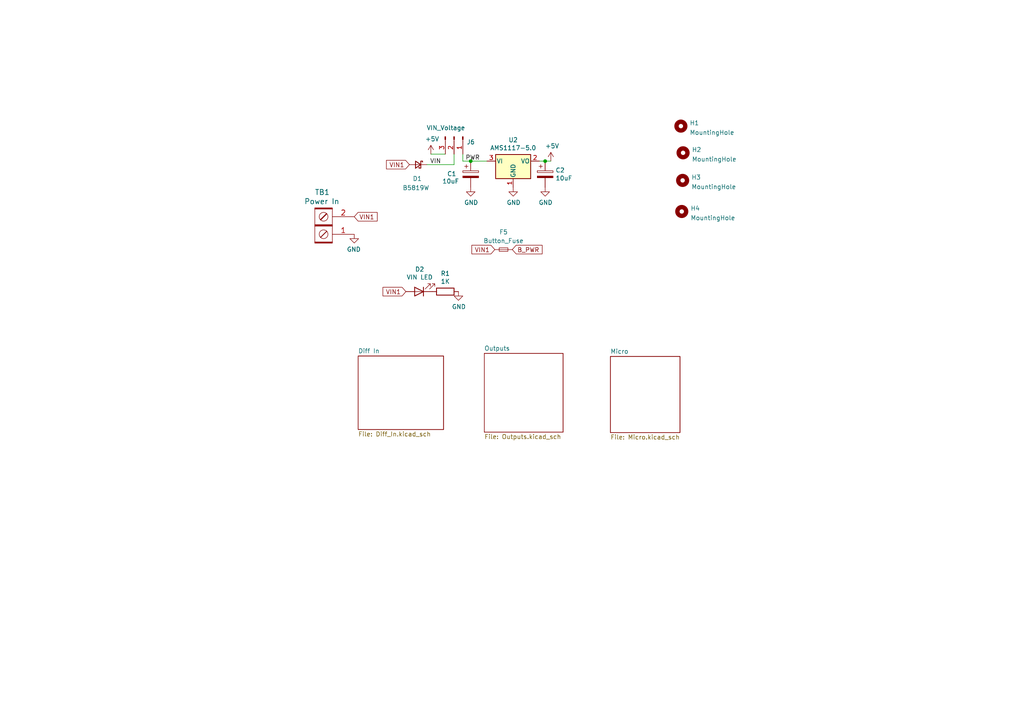
<source format=kicad_sch>
(kicad_sch (version 20230121) (generator eeschema)
  (paper "A4")
  (title_block (title "Button Station") (date "2023-09-23") (rev "v1") (company "Scott Hanson"))
  (lib_symbols
    (symbol "Barrier_Blocks:BARRIER_BLOCK_1ROW_2POS" (pin_names (offset 1.016) hide)
      (property "Reference" "TB" (at 0.127 -6.731 0))
      (property "Value" "Barrier_Blocks_BARRIER_BLOCK_1ROW_2POS" (at 0.254 6.35 0))
      (symbol "BARRIER_BLOCK_1ROW_2POS_0_1"
        (rectangle (start -2.54 5.08) (end 2.54 -5.08))
        (circle (center 0 -2.54) (radius 1.27))
        (polyline (pts (xy -2.54 -4.699) (xy -2.54 -5.08) (xy 2.54 -5.08) (xy 2.54 -4.699)) (fill (type outline)))
        (polyline (pts (xy -2.54 0.254) (xy -2.54 -0.254) (xy 2.54 -0.254) (xy 2.54 0.254)) (fill (type outline)))
        (polyline (pts (xy -2.54 4.699) (xy -2.54 5.08) (xy 2.54 5.08) (xy 2.54 4.699)) (fill (type outline)))
        (polyline (pts (xy -0.8382 -3.5052) (xy -0.9652 -3.3782) (xy 0.8128 -1.6002) (xy 0.9652 -1.7018) (xy -0.8382 -3.5052)) (fill (type outline)))
        (polyline (pts (xy -0.8382 1.5748) (xy -0.9652 1.6764) (xy -0.0508 2.5908) (xy 0.8382 3.4798) (xy 0.9652 3.3528) (xy 0.9652 3.3528)) (fill (type outline)))
        (circle (center 0 2.54) (radius 1.27))
      )
      (symbol "BARRIER_BLOCK_1ROW_2POS_1_1"
        (pin passive line (at -8.89 2.54 0) (length 6.35) (name "P1") (number "1"))
        (pin passive line (at -8.89 -2.54 0) (length 6.35) (name "P2") (number "2"))
      )
    )
    (symbol "Connector:Conn_01x03_Male" (pin_names (offset 1.016) hide)
      (property "Reference" "J" (at 0 5.08 0))
      (property "Value" "Conn_01x03_Male" (at 0 -5.08 0))
      (symbol "Conn_01x03_Male_1_1"
        (polyline (pts (xy 1.27 -2.54) (xy 0.8636 -2.54)) (stroke (width 0.1524)))
        (polyline (pts (xy 1.27 0) (xy 0.8636 0)) (stroke (width 0.1524)))
        (polyline (pts (xy 1.27 2.54) (xy 0.8636 2.54)) (stroke (width 0.1524)))
        (rectangle (start 0.8636 -2.413) (end 0 -2.667) (stroke (width 0.1524)) (fill (type outline)))
        (rectangle (start 0.8636 0.127) (end 0 -0.127) (stroke (width 0.1524)) (fill (type outline)))
        (rectangle (start 0.8636 2.667) (end 0 2.413) (stroke (width 0.1524)) (fill (type outline)))
        (pin passive line (at 5.08 2.54 180) (length 3.81) (name "Pin_1") (number "1"))
        (pin passive line (at 5.08 0 180) (length 3.81) (name "Pin_2") (number "2"))
        (pin passive line (at 5.08 -2.54 180) (length 3.81) (name "Pin_3") (number "3"))
      )
    )
    (symbol "Device:CP" (pin_numbers hide) (pin_names (offset 0.254))
      (property "Reference" "C" (at 0.635 2.54 0))
      (property "Value" "Device_CP" (at 0.635 -2.54 0))
      (symbol "CP_0_1"
        (rectangle (start -2.286 0.508) (end 2.286 1.016))
        (polyline (pts (xy -1.778 2.286) (xy -0.762 2.286)))
        (polyline (pts (xy -1.27 2.794) (xy -1.27 1.778)))
        (rectangle (start 2.286 -0.508) (end -2.286 -1.016) (fill (type outline)))
      )
      (symbol "CP_1_1"
        (pin passive line (at 0 3.81 270) (length 2.794) (name "~") (number "1"))
        (pin passive line (at 0 -3.81 90) (length 2.794) (name "~") (number "2"))
      )
    )
    (symbol "Device:D_Schottky_Small" (pin_numbers hide) (pin_names (offset 0.254) hide)
      (property "Reference" "D" (at -1.27 2.032 0))
      (property "Value" "D_Schottky_Small" (at -7.112 -2.032 0))
      (symbol "D_Schottky_Small_0_1"
        (polyline (pts (xy -0.762 0) (xy 0.762 0)))
        (polyline (pts (xy 0.762 -1.016) (xy -0.762 0) (xy 0.762 1.016) (xy 0.762 -1.016)) (stroke (width 0.254)))
        (polyline (pts (xy -1.27 0.762) (xy -1.27 1.016) (xy -0.762 1.016) (xy -0.762 -1.016) (xy -0.254 -1.016) (xy -0.254 -0.762)) (stroke (width 0.254)))
      )
      (symbol "D_Schottky_Small_1_1"
        (pin passive line (at -2.54 0 0) (length 1.778) (name "K") (number "1"))
        (pin passive line (at 2.54 0 180) (length 1.778) (name "A") (number "2"))
      )
    )
    (symbol "Device:Fuse_Small" (pin_numbers hide) (pin_names (offset 0.254) hide)
      (property "Reference" "F" (at 0 -1.524 0))
      (property "Value" "Fuse_Small" (at 0 1.524 0))
      (symbol "Fuse_Small_0_1"
        (rectangle (start -1.27 0.508) (end 1.27 -0.508))
        (polyline (pts (xy -1.27 0) (xy 1.27 0)))
      )
      (symbol "Fuse_Small_1_1"
        (pin passive line (at -2.54 0 0) (length 1.27) (name "~") (number "1"))
        (pin passive line (at 2.54 0 180) (length 1.27) (name "~") (number "2"))
      )
    )
    (symbol "Device:LED" (pin_numbers hide) (pin_names (offset 1.016) hide)
      (property "Reference" "D" (at 0 2.54 0))
      (property "Value" "LED" (at 0 -2.54 0))
      (symbol "LED_0_1"
        (polyline (pts (xy -1.27 -1.27) (xy -1.27 1.27)) (stroke (width 0.254)))
        (polyline (pts (xy -1.27 0) (xy 1.27 0)))
        (polyline (pts (xy 1.27 -1.27) (xy 1.27 1.27) (xy -1.27 0) (xy 1.27 -1.27)) (stroke (width 0.254)))
        (polyline (pts (xy -3.048 -0.762) (xy -4.572 -2.286) (xy -3.81 -2.286) (xy -4.572 -2.286) (xy -4.572 -1.524)))
        (polyline (pts (xy -1.778 -0.762) (xy -3.302 -2.286) (xy -2.54 -2.286) (xy -3.302 -2.286) (xy -3.302 -1.524)))
      )
      (symbol "LED_1_1"
        (pin passive line (at -3.81 0 0) (length 2.54) (name "K") (number "1"))
        (pin passive line (at 3.81 0 180) (length 2.54) (name "A") (number "2"))
      )
    )
    (symbol "Device:R" (pin_numbers hide) (pin_names (offset 0))
      (property "Reference" "R" (at 2.032 0 90))
      (property "Value" "R" (at 0 0 90))
      (symbol "R_0_1"
        (rectangle (start -1.016 -2.54) (end 1.016 2.54) (stroke (width 0.254)))
      )
      (symbol "R_1_1"
        (pin passive line (at 0 3.81 270) (length 1.27) (name "~") (number "1"))
        (pin passive line (at 0 -3.81 90) (length 1.27) (name "~") (number "2"))
      )
    )
    (symbol "Mechanical:MountingHole" (pin_names (offset 1.016))
      (property "Reference" "H" (at 0 5.08 0))
      (property "Value" "MountingHole" (at 0 3.175 0))
      (symbol "MountingHole_0_1"
        (circle (center 0 0) (radius 1.27) (stroke (width 1.27)))
      )
    )
    (symbol "Regulator_Linear:AMS1117-5.0" (pin_names (offset 0.254))
      (property "Reference" "U" (at -3.81 3.175 0))
      (property "Value" "AMS1117-5.0" (at 0 3.175 0))
      (symbol "AMS1117-5.0_0_1"
        (rectangle (start -5.08 -5.08) (end 5.08 1.905) (stroke (width 0.254)) (fill (type background)))
      )
      (symbol "AMS1117-5.0_1_1"
        (pin power_in line (at 0 -7.62 90) (length 2.54) (name "GND") (number "1"))
        (pin power_out line (at 7.62 0 180) (length 2.54) (name "VO") (number "2"))
        (pin power_in line (at -7.62 0 0) (length 2.54) (name "VI") (number "3"))
      )
    )
    (symbol "power:+5V" (power) (pin_names (offset 0))
      (property "Value" "+5V" (at 0 3.556 0))
      (symbol "+5V_0_1"
        (polyline (pts (xy -0.762 1.27) (xy 0 2.54)))
        (polyline (pts (xy 0 0) (xy 0 2.54)))
        (polyline (pts (xy 0 2.54) (xy 0.762 1.27)))
      )
      (symbol "+5V_1_1"
        (pin power_in line (at 0 0 90) (length 0) hide (name "+5V") (number "1"))
      )
    )
    (symbol "power:GND" (power) (pin_names (offset 0))
      (property "Value" "GND" (at 0 -3.81 0))
      (symbol "GND_0_1"
        (polyline (pts (xy 0 0) (xy 0 -1.27) (xy 1.27 -1.27) (xy 0 -2.54) (xy -1.27 -1.27) (xy 0 -1.27)))
      )
      (symbol "GND_1_1"
        (pin power_in line (at 0 0 270) (length 0) hide (name "GND") (number "1"))
      )
    )
  )
  (junction (at 158.115 46.736))
  (junction (at 136.525 46.736))
  (wire (pts (xy 131.699 47.752) (xy 131.699 44.704)))
  (wire (pts (xy 158.115 46.736) (xy 159.766 46.736)))
  (wire (pts (xy 123.825 47.752) (xy 131.699 47.752)))
  (wire (pts (xy 134.239 46.736) (xy 134.239 44.704)))
  (wire (pts (xy 156.464 46.736) (xy 158.115 46.736)))
  (wire (pts (xy 141.224 46.736) (xy 136.525 46.736)))
  (wire (pts (xy 129.159 44.704) (xy 124.968 44.704)))
  (wire (pts (xy 136.525 46.736) (xy 134.239 46.736)))
  (label "PWR" (at 135.001 46.736 0))
  (label "VIN" (at 124.714 47.752 0))
  (global_label "VIN1" (shape input) (at 118.745 47.752 180) (property "Intersheetrefs" "${INTERSHEET_REFS}" (effects hide)))
  (global_label "VIN1" (shape input) (at 102.743 62.865 0) (property "Intersheetrefs" "${INTERSHEET_REFS}" (effects hide)))
  (global_label "VIN1" (shape input) (at 117.729 84.582 180) (property "Intersheetrefs" "${INTERSHEET_REFS}" (effects hide)))
  (global_label "B_PWR" (shape input) (at 148.59 72.39 0) (property "Intersheetrefs" "${INTERSHEET_REFS}" (effects hide)))
  (global_label "VIN1" (shape input) (at 143.51 72.39 180) (property "Intersheetrefs" "${INTERSHEET_REFS}" (effects hide)))
  (symbol (lib_id "Device:LED") (at 121.539 84.582 180) (unit 1)
    (property "Reference" "D2" (at 121.7168 78.105 0))
    (property "Value" "VIN LED" (at 121.7168 80.4164 0))
    (property "Footprint" "LED_SMD:LED_0603_1608Metric_Pad1.05x0.95mm_HandSolder" (effects hide))
    (property "Digi-Key_PN" "732-4984-1-ND" (effects hide))
    (property "MPN" "150080RS75000" (effects hide))
    (property "LCSC_PN" "C2286" (effects hide))
  )
  (symbol (lib_id "Device:R") (at 129.159 84.582 270) (unit 1)
    (property "Reference" "R1" (at 129.159 79.3242 90))
    (property "Value" "1K" (at 129.159 81.6356 90))
    (property "Footprint" "Resistor_SMD:R_0603_1608Metric_Pad0.98x0.95mm_HandSolder" (effects hide))
    (property "Digi-Key_PN" "311-1.00KHRCT-ND" (effects hide))
    (property "MPN" "RC0603FR-071KL" (effects hide))
    (property "LCSC_PN" "C21190" (effects hide))
  )
  (symbol (lib_id "power:GND") (at 132.969 84.582 0) (unit 1)
    (property "Reference" "#PWR03" (effects hide))
    (property "Value" "GND" (at 133.096 88.9762 0))
  )
  (symbol (lib_id "Barrier_Blocks:BARRIER_BLOCK_1ROW_2POS") (at 93.853 65.405 180) (unit 1)
    (property "Reference" "TB1" (at 93.472 55.753 0) (effects (font (size 1.524 1.524))))
    (property "Value" "Power In" (at 93.345 58.42 0) (effects (font (size 1.524 1.524))))
    (property "Footprint" "Barrier_Blocks:BARRIER_BLOCK_1ROW_2POS" (effects hide))
    (property "Digi-Key_PN" "A98472-ND" (effects hide))
    (property "MPN" "4DB-P108-02" (effects hide))
    (property "LCSC_PN" "C306200" (effects hide))
  )
  (symbol (lib_id "power:GND") (at 102.743 67.945 0) (mirror y) (unit 1)
    (property "Reference" "#PWR0107" (effects hide))
    (property "Value" "GND" (at 102.616 72.3392 0))
  )
  (symbol (lib_id "Device:CP") (at 136.525 50.546 0) (unit 1)
    (property "Reference" "C1" (at 129.667 50.419 0) (effects (justify left)))
    (property "Value" "10uF" (at 128.27 52.578 0) (effects (justify left)))
    (property "Footprint" "Capacitor_SMD:C_0805_2012Metric_Pad1.18x1.45mm_HandSolder" (effects hide))
    (property "Digi-Key_PN" "490-5523-1-ND" (effects hide))
    (property "MPN" "GRM21BR61E106KA73L" (effects hide))
    (property "LCSC_PN" "C15850" (effects hide))
  )
  (symbol (lib_id "Device:CP") (at 158.115 50.546 0) (unit 1)
    (property "Reference" "C2" (at 161.1122 49.3776 0) (effects (justify left)))
    (property "Value" "10uF" (at 161.1122 51.689 0) (effects (justify left)))
    (property "Footprint" "Capacitor_SMD:C_0805_2012Metric_Pad1.18x1.45mm_HandSolder" (effects hide))
    (property "Digi-Key_PN" "490-5523-1-ND" (effects hide))
    (property "MPN" "GRM21BR61E106KA73L" (effects hide))
    (property "LCSC_PN" "C15850" (effects hide))
  )
  (symbol (lib_id "power:GND") (at 148.844 54.356 0) (unit 1)
    (property "Reference" "#PWR020" (effects hide))
    (property "Value" "GND" (at 148.971 58.7502 0))
  )
  (symbol (lib_id "power:GND") (at 158.115 54.356 0) (unit 1)
    (property "Reference" "#PWR021" (effects hide))
    (property "Value" "GND" (at 158.242 58.7502 0))
  )
  (symbol (lib_id "power:GND") (at 136.525 54.356 0) (unit 1)
    (property "Reference" "#PWR019" (effects hide))
    (property "Value" "GND" (at 136.652 58.7502 0))
  )
  (symbol (lib_id "power:+5V") (at 159.766 46.736 0) (unit 1)
    (property "Reference" "#PWR022" (effects hide))
    (property "Value" "+5V" (at 160.147 42.3418 0))
  )
  (symbol (lib_id "Connector:Conn_01x03_Male") (at 131.699 39.624 270) (unit 1)
    (property "Reference" "J6" (at 135.3566 41.1988 90) (effects (justify left)))
    (property "Value" "VIN_Voltage" (at 123.698 37.084 90) (effects (justify left)))
    (property "Footprint" "Connector_PinHeader_2.54mm:PinHeader_1x03_P2.54mm_Vertical" (effects hide))
    (property "Digi-Key_PN" "732-5316-ND" (effects hide))
    (property "MPN" "61300311121" (effects hide))
    (property "LCSC_PN" "C49257" (effects hide))
  )
  (symbol (lib_id "power:+5V") (at 124.968 44.704 0) (unit 1)
    (property "Reference" "#PWR02" (effects hide))
    (property "Value" "+5V" (at 125.349 40.3098 0))
  )
  (symbol (lib_id "Regulator_Linear:AMS1117-5.0") (at 148.844 46.736 0) (unit 1)
    (property "Reference" "U2" (at 148.844 40.5892 0))
    (property "Value" "AMS1117-5.0" (at 148.844 42.9006 0))
    (property "Footprint" "Package_TO_SOT_SMD:SOT-223-3_TabPin2" (effects hide))
    (property "Datasheet" "http://www.advanced-monolithic.com/pdf/ds1117.pdf" (effects hide))
    (property "LCSC_PN" "C6187" (effects hide))
    (property "Digi-Key_PN" "488-LM1117MPX-50NOPBCT-ND" (effects hide))
    (property "MPN" "LM1117MPX-50NOPB" (effects hide))
  )
  (symbol (lib_id "Device:D_Schottky_Small") (at 121.285 47.752 0) (mirror y) (unit 1)
    (property "Reference" "D1" (at 121.031 51.816 0))
    (property "Value" "B5819W" (at 120.65 54.483 0))
    (property "Footprint" "Diode_SMD:D_SOD-123" (effects hide))
    (property "LCSC_PN" "C8598" (effects hide))
    (property "Digi-Key_PN" "B5819W-TPMSCT-ND" (effects hide))
    (property "MPN" "B5819W-TP" (effects hide))
  )
  (symbol (lib_id "Mechanical:MountingHole") (at 198.12 44.323 0) (unit 1)
    (property "Reference" "H2" (at 200.66 43.4145 0) (effects (justify left)))
    (property "Value" "MountingHole" (at 200.66 46.1896 0) (effects (justify left)))
    (property "Footprint" "MountingHole:MountingHole_3.7mm" (effects hide))
  )
  (symbol (lib_id "Device:Fuse_Small") (at 146.05 72.39 0) (unit 1)
    (property "Reference" "F5" (at 146.05 67.31 0))
    (property "Value" "Button_Fuse" (at 146.05 69.85 0))
    (property "Footprint" "Fuse:Fuse_0805_2012Metric" (effects hide))
    (property "LCSC" "C261938" (effects hide))
  )
  (symbol (lib_id "Mechanical:MountingHole") (at 197.485 36.576 0) (unit 1)
    (property "Reference" "H1" (at 200.025 35.6675 0) (effects (justify left)))
    (property "Value" "MountingHole" (at 200.025 38.4426 0) (effects (justify left)))
    (property "Footprint" "MountingHole:MountingHole_3.7mm" (effects hide))
  )
  (symbol (lib_id "Mechanical:MountingHole") (at 197.993 52.324 0) (unit 1)
    (property "Reference" "H3" (at 200.533 51.4155 0) (effects (justify left)))
    (property "Value" "MountingHole" (at 200.533 54.1906 0) (effects (justify left)))
    (property "Footprint" "MountingHole:MountingHole_3.7mm" (effects hide))
  )
  (symbol (lib_id "Mechanical:MountingHole") (at 197.739 61.341 0) (unit 1)
    (property "Reference" "H4" (at 200.279 60.4325 0) (effects (justify left)))
    (property "Value" "MountingHole" (at 200.279 63.2076 0) (effects (justify left)))
    (property "Footprint" "MountingHole:MountingHole_3.7mm" (effects hide))
  )
  (sheet (at 140.462 102.489) (size 22.86 22.86)
    (property "Sheetname" "Outputs" (at 140.462 101.7774 0) (effects (justify left bottom)))
    (property "Sheetfile" "Outputs.kicad_sch" (at 140.462 125.9336 0) (effects (justify left top)))
  )
  (sheet (at 103.886 103.251) (size 24.765 21.336)
    (property "Sheetname" "Diff In" (at 103.886 102.5394 0) (effects (justify left bottom)))
    (property "Sheetfile" "Diff_In.kicad_sch" (at 103.886 125.1716 0) (effects (justify left top)))
  )
  (sheet (at 177.038 103.378) (size 20.193 22.098) (stroke (width 0.1524))
    (property "Sheetname" "Micro" (at 177.038 102.6664 0) (effects (justify left bottom)))
    (property "Sheetfile" "Micro.kicad_sch" (at 177.038 126.0606 0) (effects (justify left top)))
  )
)
</source>
